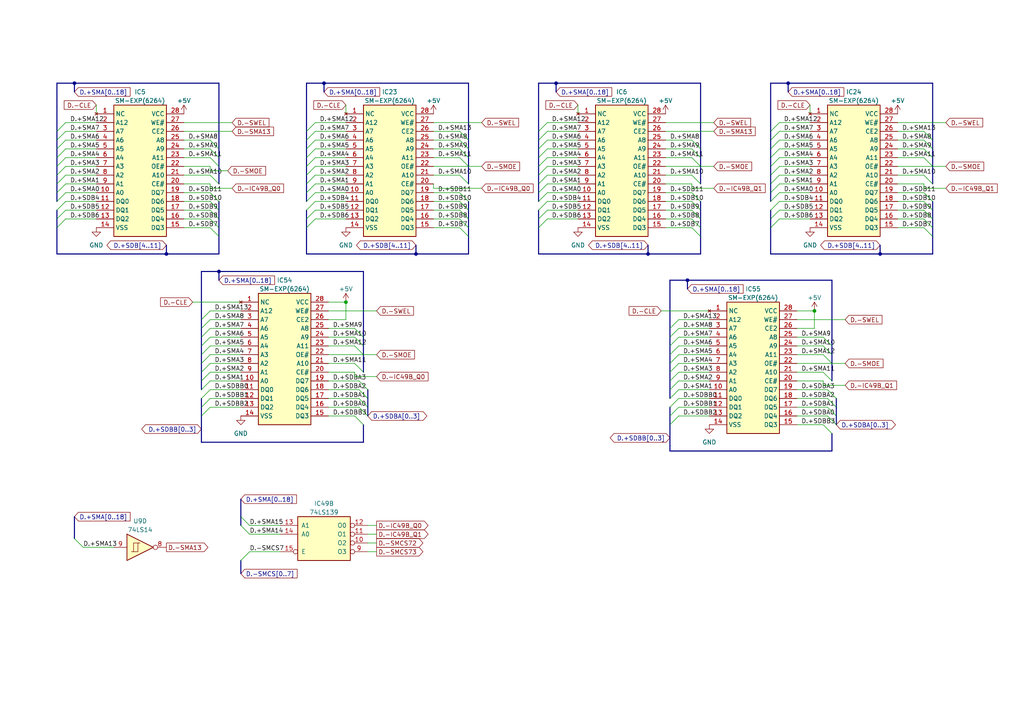
<source format=kicad_sch>
(kicad_sch (version 20230121) (generator eeschema)
  (paper "A4")
  (lib_symbols
    (symbol "74xx:74LS139" (pin_names (offset 1.016))
      (property "Reference" "U" (at -7.62 8.89 0))
      (property "Value" "74LS139" (at -7.62 -8.89 0))
      (symbol "74LS139_1_0"
        (pin input inverted (at -12.7 -5.08 0) (length 5.08) (name "E") (number "1"))
        (pin input line (at -12.7 0 0) (length 5.08) (name "A0") (number "2"))
        (pin input line (at -12.7 2.54 0) (length 5.08) (name "A1") (number "3"))
        (pin output inverted (at 12.7 2.54 180) (length 5.08) (name "O0") (number "4"))
        (pin output inverted (at 12.7 0 180) (length 5.08) (name "O1") (number "5"))
        (pin output inverted (at 12.7 -2.54 180) (length 5.08) (name "O2") (number "6"))
        (pin output inverted (at 12.7 -5.08 180) (length 5.08) (name "O3") (number "7"))
      )
      (symbol "74LS139_1_1"
        (rectangle (start -7.62 5.08) (end 7.62 -7.62) (stroke (width 0.254)) (fill (type background)))
      )
      (symbol "74LS139_2_0"
        (pin output inverted (at 12.7 -2.54 180) (length 5.08) (name "O2") (number "10"))
        (pin output inverted (at 12.7 0 180) (length 5.08) (name "O1") (number "11"))
        (pin output inverted (at 12.7 2.54 180) (length 5.08) (name "O0") (number "12"))
        (pin input line (at -12.7 2.54 0) (length 5.08) (name "A1") (number "13"))
        (pin input line (at -12.7 0 0) (length 5.08) (name "A0") (number "14"))
        (pin input inverted (at -12.7 -5.08 0) (length 5.08) (name "E") (number "15"))
        (pin output inverted (at 12.7 -5.08 180) (length 5.08) (name "O3") (number "9"))
      )
      (symbol "74LS139_2_1"
        (rectangle (start -7.62 5.08) (end 7.62 -7.62) (stroke (width 0.254)) (fill (type background)))
      )
      (symbol "74LS139_3_0"
        (pin power_in line (at 0 12.7 270) (length 5.08) (name "VCC") (number "16"))
        (pin power_in line (at 0 -12.7 90) (length 5.08) (name "GND") (number "8"))
      )
      (symbol "74LS139_3_1"
        (rectangle (start -5.08 7.62) (end 5.08 -7.62) (stroke (width 0.254)) (fill (type background)))
      )
    )
    (symbol "74xx:74LS14" (pin_names (offset 1.016))
      (property "Reference" "U" (at 0 1.27 0))
      (property "Value" "74LS14" (at 0 -1.27 0))
      (symbol "74LS14_1_0"
        (polyline (pts (xy -3.81 3.81) (xy -3.81 -3.81) (xy 3.81 0) (xy -3.81 3.81)) (stroke (width 0.254)) (fill (type background)))
        (pin input line (at -7.62 0 0) (length 3.81) (name "~") (number "1"))
        (pin output inverted (at 7.62 0 180) (length 3.81) (name "~") (number "2"))
      )
      (symbol "74LS14_1_1"
        (polyline (pts (xy -1.905 -1.27) (xy -1.905 1.27) (xy -0.635 1.27)))
        (polyline (pts (xy -2.54 -1.27) (xy -0.635 -1.27) (xy -0.635 1.27) (xy 0 1.27)))
      )
      (symbol "74LS14_2_0"
        (polyline (pts (xy -3.81 3.81) (xy -3.81 -3.81) (xy 3.81 0) (xy -3.81 3.81)) (stroke (width 0.254)) (fill (type background)))
        (pin input line (at -7.62 0 0) (length 3.81) (name "~") (number "3"))
        (pin output inverted (at 7.62 0 180) (length 3.81) (name "~") (number "4"))
      )
      (symbol "74LS14_2_1"
        (polyline (pts (xy -1.905 -1.27) (xy -1.905 1.27) (xy -0.635 1.27)))
        (polyline (pts (xy -2.54 -1.27) (xy -0.635 -1.27) (xy -0.635 1.27) (xy 0 1.27)))
      )
      (symbol "74LS14_3_0"
        (polyline (pts (xy -3.81 3.81) (xy -3.81 -3.81) (xy 3.81 0) (xy -3.81 3.81)) (stroke (width 0.254)) (fill (type background)))
        (pin input line (at -7.62 0 0) (length 3.81) (name "~") (number "5"))
        (pin output inverted (at 7.62 0 180) (length 3.81) (name "~") (number "6"))
      )
      (symbol "74LS14_3_1"
        (polyline (pts (xy -1.905 -1.27) (xy -1.905 1.27) (xy -0.635 1.27)))
        (polyline (pts (xy -2.54 -1.27) (xy -0.635 -1.27) (xy -0.635 1.27) (xy 0 1.27)))
      )
      (symbol "74LS14_4_0"
        (polyline (pts (xy -3.81 3.81) (xy -3.81 -3.81) (xy 3.81 0) (xy -3.81 3.81)) (stroke (width 0.254)) (fill (type background)))
        (pin output inverted (at 7.62 0 180) (length 3.81) (name "~") (number "8"))
        (pin input line (at -7.62 0 0) (length 3.81) (name "~") (number "9"))
      )
      (symbol "74LS14_4_1"
        (polyline (pts (xy -1.905 -1.27) (xy -1.905 1.27) (xy -0.635 1.27)))
        (polyline (pts (xy -2.54 -1.27) (xy -0.635 -1.27) (xy -0.635 1.27) (xy 0 1.27)))
      )
      (symbol "74LS14_5_0"
        (polyline (pts (xy -3.81 3.81) (xy -3.81 -3.81) (xy 3.81 0) (xy -3.81 3.81)) (stroke (width 0.254)) (fill (type background)))
        (pin output inverted (at 7.62 0 180) (length 3.81) (name "~") (number "10"))
        (pin input line (at -7.62 0 0) (length 3.81) (name "~") (number "11"))
      )
      (symbol "74LS14_5_1"
        (polyline (pts (xy -1.905 -1.27) (xy -1.905 1.27) (xy -0.635 1.27)))
        (polyline (pts (xy -2.54 -1.27) (xy -0.635 -1.27) (xy -0.635 1.27) (xy 0 1.27)))
      )
      (symbol "74LS14_6_0"
        (polyline (pts (xy -3.81 3.81) (xy -3.81 -3.81) (xy 3.81 0) (xy -3.81 3.81)) (stroke (width 0.254)) (fill (type background)))
        (pin output inverted (at 7.62 0 180) (length 3.81) (name "~") (number "12"))
        (pin input line (at -7.62 0 0) (length 3.81) (name "~") (number "13"))
      )
      (symbol "74LS14_6_1"
        (polyline (pts (xy -1.905 -1.27) (xy -1.905 1.27) (xy -0.635 1.27)))
        (polyline (pts (xy -2.54 -1.27) (xy -0.635 -1.27) (xy -0.635 1.27) (xy 0 1.27)))
      )
      (symbol "74LS14_7_0"
        (pin power_in line (at 0 12.7 270) (length 5.08) (name "VCC") (number "14"))
        (pin power_in line (at 0 -12.7 90) (length 5.08) (name "GND") (number "7"))
      )
      (symbol "74LS14_7_1"
        (rectangle (start -5.08 7.62) (end 5.08 -7.62) (stroke (width 0.254)) (fill (type background)))
      )
    )
    (symbol "SamacSys_Parts:LY6264DL-70LLI"
      (property "Reference" "IC" (at 21.59 7.62 0))
      (property "Value" "LY6264DL-70LLI" (at 21.59 5.08 0))
      (symbol "LY6264DL-70LLI_1_1"
        (rectangle (start 5.08 2.54) (end 20.32 -35.56) (stroke (width 0.254)) (fill (type background)))
        (pin no_connect line (at 0 0 0) (length 5.08) (name "NC") (number "1"))
        (pin passive line (at 0 -22.86 0) (length 5.08) (name "A0") (number "10"))
        (pin passive line (at 0 -25.4 0) (length 5.08) (name "DQ0") (number "11"))
        (pin passive line (at 0 -27.94 0) (length 5.08) (name "DQ1") (number "12"))
        (pin passive line (at 0 -30.48 0) (length 5.08) (name "DQ2") (number "13"))
        (pin passive line (at 0 -33.02 0) (length 5.08) (name "VSS") (number "14"))
        (pin passive line (at 25.4 -33.02 180) (length 5.08) (name "DQ3") (number "15"))
        (pin passive line (at 25.4 -30.48 180) (length 5.08) (name "DQ4") (number "16"))
        (pin passive line (at 25.4 -27.94 180) (length 5.08) (name "DQ5") (number "17"))
        (pin passive line (at 25.4 -25.4 180) (length 5.08) (name "DQ6") (number "18"))
        (pin passive line (at 25.4 -22.86 180) (length 5.08) (name "DQ7") (number "19"))
        (pin passive line (at 0 -2.54 0) (length 5.08) (name "A12") (number "2"))
        (pin passive line (at 25.4 -20.32 180) (length 5.08) (name "CE#") (number "20"))
        (pin passive line (at 25.4 -17.78 180) (length 5.08) (name "A10") (number "21"))
        (pin passive line (at 25.4 -15.24 180) (length 5.08) (name "OE#") (number "22"))
        (pin passive line (at 25.4 -12.7 180) (length 5.08) (name "A11") (number "23"))
        (pin passive line (at 25.4 -10.16 180) (length 5.08) (name "A9") (number "24"))
        (pin passive line (at 25.4 -7.62 180) (length 5.08) (name "A8") (number "25"))
        (pin passive line (at 25.4 -5.08 180) (length 5.08) (name "CE2") (number "26"))
        (pin passive line (at 25.4 -2.54 180) (length 5.08) (name "WE#") (number "27"))
        (pin passive line (at 25.4 0 180) (length 5.08) (name "VCC") (number "28"))
        (pin passive line (at 0 -5.08 0) (length 5.08) (name "A7") (number "3"))
        (pin passive line (at 0 -7.62 0) (length 5.08) (name "A6") (number "4"))
        (pin passive line (at 0 -10.16 0) (length 5.08) (name "A5") (number "5"))
        (pin passive line (at 0 -12.7 0) (length 5.08) (name "A4") (number "6"))
        (pin passive line (at 0 -15.24 0) (length 5.08) (name "A3") (number "7"))
        (pin passive line (at 0 -17.78 0) (length 5.08) (name "A2") (number "8"))
        (pin passive line (at 0 -20.32 0) (length 5.08) (name "A1") (number "9"))
      )
    )
    (symbol "power:+5V" (power) (pin_names (offset 0))
      (property "Value" "+5V" (at 0 3.556 0))
      (symbol "+5V_0_1"
        (polyline (pts (xy -0.762 1.27) (xy 0 2.54)))
        (polyline (pts (xy 0 0) (xy 0 2.54)))
        (polyline (pts (xy 0 2.54) (xy 0.762 1.27)))
      )
      (symbol "+5V_1_1"
        (pin power_in line (at 0 0 90) (length 0) hide (name "+5V") (number "1"))
      )
    )
    (symbol "power:GND" (power) (pin_names (offset 0))
      (property "Value" "GND" (at 0 -3.81 0))
      (symbol "GND_0_1"
        (polyline (pts (xy 0 0) (xy 0 -1.27) (xy 1.27 -1.27) (xy 0 -2.54) (xy -1.27 -1.27) (xy 0 -1.27)))
      )
      (symbol "GND_1_1"
        (pin power_in line (at 0 0 270) (length 0) hide (name "GND") (number "1"))
      )
    )
  )
  (junction (at 120.65 73.66))
  (junction (at 255.27 73.66))
  (junction (at 93.98 24.13))
  (junction (at 199.39 81.28))
  (junction (at 48.26 73.66))
  (junction (at 63.5 78.74))
  (junction (at 228.6 24.13))
  (junction (at 187.96 73.66))
  (junction (at 21.59 24.13))
  (junction (at 236.22 90.17))
  (junction (at 161.29 24.13))
  (junction (at 100.33 87.63))
  (bus_entry (at 226.06 63.5) (size -2.54 2.54))
  (bus_entry (at 91.44 53.34) (size -2.54 2.54))
  (bus_entry (at 102.87 97.79) (size 2.54 2.54))
  (bus_entry (at 196.85 100.33) (size -2.54 2.54))
  (bus_entry (at 238.76 102.87) (size 2.54 2.54))
  (bus_entry (at 158.75 50.8) (size -2.54 2.54))
  (bus_entry (at 158.75 55.88) (size -2.54 2.54))
  (bus_entry (at 200.66 43.18) (size 2.54 2.54))
  (bus_entry (at 60.96 55.88) (size 2.54 2.54))
  (bus_entry (at 91.44 63.5) (size -2.54 2.54))
  (bus_entry (at 91.44 48.26) (size -2.54 2.54))
  (bus_entry (at 91.44 35.56) (size -2.54 2.54))
  (bus_entry (at 19.05 48.26) (size -2.54 2.54))
  (bus_entry (at 133.35 55.88) (size 2.54 2.54))
  (bus_entry (at 158.75 43.18) (size -2.54 2.54))
  (bus_entry (at 158.75 40.64) (size -2.54 2.54))
  (bus_entry (at 238.76 123.19) (size 2.54 2.54))
  (bus_entry (at 60.96 107.95) (size -2.54 2.54))
  (bus_entry (at 91.44 58.42) (size -2.54 2.54))
  (bus_entry (at 226.06 45.72) (size -2.54 2.54))
  (bus_entry (at 158.75 53.34) (size -2.54 2.54))
  (bus_entry (at 60.96 95.25) (size -2.54 2.54))
  (bus_entry (at 226.06 50.8) (size -2.54 2.54))
  (bus_entry (at 267.97 66.04) (size 2.54 2.54))
  (bus_entry (at 158.75 60.96) (size -2.54 2.54))
  (bus_entry (at 133.35 60.96) (size 2.54 2.54))
  (bus_entry (at 196.85 95.25) (size -2.54 2.54))
  (bus_entry (at 196.85 113.03) (size -2.54 2.54))
  (bus_entry (at 133.35 40.64) (size 2.54 2.54))
  (bus_entry (at 238.76 100.33) (size 2.54 2.54))
  (bus_entry (at 267.97 58.42) (size 2.54 2.54))
  (bus_entry (at 200.66 58.42) (size 2.54 2.54))
  (bus_entry (at 91.44 55.88) (size -2.54 2.54))
  (bus_entry (at 196.85 120.65) (size -2.54 2.54))
  (bus_entry (at 226.06 40.64) (size -2.54 2.54))
  (bus_entry (at 60.96 60.96) (size 2.54 2.54))
  (bus_entry (at 226.06 35.56) (size -2.54 2.54))
  (bus_entry (at 102.87 95.25) (size 2.54 2.54))
  (bus_entry (at 240.03 118.11) (size 2.54 2.54))
  (bus_entry (at 158.75 58.42) (size -2.54 2.54))
  (bus_entry (at 104.14 118.11) (size 2.54 2.54))
  (bus_entry (at 60.96 45.72) (size 2.54 2.54))
  (bus_entry (at 200.66 50.8) (size 2.54 2.54))
  (bus_entry (at 133.35 63.5) (size 2.54 2.54))
  (bus_entry (at 267.97 38.1) (size 2.54 2.54))
  (bus_entry (at 60.96 110.49) (size -2.54 2.54))
  (bus_entry (at 200.66 55.88) (size 2.54 2.54))
  (bus_entry (at 60.96 40.64) (size 2.54 2.54))
  (bus_entry (at 133.35 43.18) (size 2.54 2.54))
  (bus_entry (at 102.87 105.41) (size 2.54 2.54))
  (bus_entry (at 19.05 55.88) (size -2.54 2.54))
  (bus_entry (at 104.14 115.57) (size 2.54 2.54))
  (bus_entry (at 91.44 43.18) (size -2.54 2.54))
  (bus_entry (at 91.44 38.1) (size -2.54 2.54))
  (bus_entry (at 133.35 45.72) (size 2.54 2.54))
  (bus_entry (at 200.66 60.96) (size 2.54 2.54))
  (bus_entry (at 21.59 156.21) (size 2.54 2.54))
  (bus_entry (at 91.44 40.64) (size -2.54 2.54))
  (bus_entry (at 60.96 43.18) (size 2.54 2.54))
  (bus_entry (at 60.96 63.5) (size 2.54 2.54))
  (bus_entry (at 133.35 50.8) (size 2.54 2.54))
  (bus_entry (at 60.96 90.17) (size -2.54 2.54))
  (bus_entry (at 196.85 107.95) (size -2.54 2.54))
  (bus_entry (at 196.85 105.41) (size -2.54 2.54))
  (bus_entry (at 69.85 162.56) (size 2.54 -2.54))
  (bus_entry (at 226.06 38.1) (size -2.54 2.54))
  (bus_entry (at 200.66 45.72) (size 2.54 2.54))
  (bus_entry (at 226.06 60.96) (size -2.54 2.54))
  (bus_entry (at 267.97 63.5) (size 2.54 2.54))
  (bus_entry (at 60.96 100.33) (size -2.54 2.54))
  (bus_entry (at 196.85 110.49) (size -2.54 2.54))
  (bus_entry (at 91.44 60.96) (size -2.54 2.54))
  (bus_entry (at 267.97 60.96) (size 2.54 2.54))
  (bus_entry (at 158.75 35.56) (size -2.54 2.54))
  (bus_entry (at 133.35 38.1) (size 2.54 2.54))
  (bus_entry (at 158.75 38.1) (size -2.54 2.54))
  (bus_entry (at 200.66 63.5) (size 2.54 2.54))
  (bus_entry (at 267.97 40.64) (size 2.54 2.54))
  (bus_entry (at 267.97 45.72) (size 2.54 2.54))
  (bus_entry (at 240.03 120.65) (size 2.54 2.54))
  (bus_entry (at 104.14 110.49) (size 2.54 2.54))
  (bus_entry (at 60.96 118.11) (size -2.54 2.54))
  (bus_entry (at 19.05 43.18) (size -2.54 2.54))
  (bus_entry (at 226.06 53.34) (size -2.54 2.54))
  (bus_entry (at 19.05 63.5) (size -2.54 2.54))
  (bus_entry (at 19.05 50.8) (size -2.54 2.54))
  (bus_entry (at 196.85 97.79) (size -2.54 2.54))
  (bus_entry (at 91.44 45.72) (size -2.54 2.54))
  (bus_entry (at 240.03 113.03) (size 2.54 2.54))
  (bus_entry (at 60.96 105.41) (size -2.54 2.54))
  (bus_entry (at 158.75 48.26) (size -2.54 2.54))
  (bus_entry (at 104.14 113.03) (size 2.54 2.54))
  (bus_entry (at 60.96 92.71) (size -2.54 2.54))
  (bus_entry (at 238.76 107.95) (size 2.54 2.54))
  (bus_entry (at 60.96 102.87) (size -2.54 2.54))
  (bus_entry (at 19.05 35.56) (size -2.54 2.54))
  (bus_entry (at 19.05 58.42) (size -2.54 2.54))
  (bus_entry (at 60.96 58.42) (size 2.54 2.54))
  (bus_entry (at 91.44 50.8) (size -2.54 2.54))
  (bus_entry (at 267.97 43.18) (size 2.54 2.54))
  (bus_entry (at 19.05 53.34) (size -2.54 2.54))
  (bus_entry (at 60.96 66.04) (size 2.54 2.54))
  (bus_entry (at 238.76 97.79) (size 2.54 2.54))
  (bus_entry (at 226.06 55.88) (size -2.54 2.54))
  (bus_entry (at 19.05 40.64) (size -2.54 2.54))
  (bus_entry (at 60.96 97.79) (size -2.54 2.54))
  (bus_entry (at 226.06 48.26) (size -2.54 2.54))
  (bus_entry (at 60.96 50.8) (size 2.54 2.54))
  (bus_entry (at 102.87 100.33) (size 2.54 2.54))
  (bus_entry (at 133.35 66.04) (size 2.54 2.54))
  (bus_entry (at 200.66 40.64) (size 2.54 2.54))
  (bus_entry (at 158.75 45.72) (size -2.54 2.54))
  (bus_entry (at 69.85 149.86) (size 2.54 2.54))
  (bus_entry (at 60.96 113.03) (size -2.54 2.54))
  (bus_entry (at 196.85 118.11) (size -2.54 2.54))
  (bus_entry (at 133.35 58.42) (size 2.54 2.54))
  (bus_entry (at 196.85 102.87) (size -2.54 2.54))
  (bus_entry (at 19.05 60.96) (size -2.54 2.54))
  (bus_entry (at 102.87 120.65) (size 2.54 2.54))
  (bus_entry (at 226.06 43.18) (size -2.54 2.54))
  (bus_entry (at 158.75 63.5) (size -2.54 2.54))
  (bus_entry (at 240.03 115.57) (size 2.54 2.54))
  (bus_entry (at 19.05 45.72) (size -2.54 2.54))
  (bus_entry (at 196.85 92.71) (size -2.54 2.54))
  (bus_entry (at 226.06 58.42) (size -2.54 2.54))
  (bus_entry (at 60.96 115.57) (size -2.54 2.54))
  (bus_entry (at 19.05 38.1) (size -2.54 2.54))
  (bus_entry (at 196.85 115.57) (size -2.54 2.54))
  (bus_entry (at 200.66 66.04) (size 2.54 2.54))
  (bus_entry (at 267.97 50.8) (size 2.54 2.54))
  (bus_entry (at 267.97 55.88) (size 2.54 2.54))
  (bus_entry (at 69.85 152.4) (size 2.54 2.54))
  (bus (pts (xy 255.27 71.12) (xy 255.27 73.66)))
  (wire (pts (xy 241.3 105.41) (xy 231.14 105.41)))
  (wire (pts (xy 125.73 38.1) (xy 133.35 38.1)))
  (bus (pts (xy 270.51 48.26) (xy 270.51 53.34)))
  (bus (pts (xy 105.41 97.79) (xy 105.41 78.74)))
  (bus (pts (xy 194.31 102.87) (xy 194.31 105.41)))
  (wire (pts (xy 226.06 43.18) (xy 234.95 43.18)))
  (bus (pts (xy 58.42 100.33) (xy 58.42 102.87)))
  (bus (pts (xy 203.2 63.5) (xy 203.2 66.04)))
  (wire (pts (xy 95.25 95.25) (xy 102.87 95.25)))
  (bus (pts (xy 203.2 66.04) (xy 203.2 68.58)))
  (wire (pts (xy 109.22 109.22) (xy 102.87 109.22)))
  (wire (pts (xy 238.76 110.49) (xy 231.14 110.49)))
  (bus (pts (xy 223.52 38.1) (xy 223.52 40.64)))
  (bus (pts (xy 135.89 48.26) (xy 135.89 53.34)))
  (wire (pts (xy 109.22 90.17) (xy 95.25 90.17)))
  (wire (pts (xy 158.75 50.8) (xy 167.64 50.8)))
  (bus (pts (xy 270.51 40.64) (xy 270.51 24.13)))
  (wire (pts (xy 158.75 40.64) (xy 167.64 40.64)))
  (wire (pts (xy 193.04 60.96) (xy 200.66 60.96)))
  (bus (pts (xy 194.31 100.33) (xy 194.31 102.87)))
  (wire (pts (xy 91.44 55.88) (xy 100.33 55.88)))
  (bus (pts (xy 156.21 38.1) (xy 156.21 40.64)))
  (wire (pts (xy 260.35 58.42) (xy 267.97 58.42)))
  (bus (pts (xy 58.42 95.25) (xy 58.42 97.79)))
  (wire (pts (xy 125.73 54.61) (xy 125.73 53.34)))
  (wire (pts (xy 245.11 92.71) (xy 231.14 92.71)))
  (bus (pts (xy 88.9 24.13) (xy 93.98 24.13)))
  (wire (pts (xy 60.96 107.95) (xy 69.85 107.95)))
  (wire (pts (xy 196.85 110.49) (xy 205.74 110.49)))
  (wire (pts (xy 139.7 54.61) (xy 125.73 54.61)))
  (wire (pts (xy 196.85 97.79) (xy 205.74 97.79)))
  (bus (pts (xy 58.42 105.41) (xy 58.42 107.95)))
  (wire (pts (xy 196.85 102.87) (xy 205.74 102.87)))
  (wire (pts (xy 260.35 50.8) (xy 267.97 50.8)))
  (bus (pts (xy 16.51 24.13) (xy 21.59 24.13)))
  (wire (pts (xy 158.75 38.1) (xy 167.64 38.1)))
  (wire (pts (xy 95.25 97.79) (xy 102.87 97.79)))
  (wire (pts (xy 158.75 55.88) (xy 167.64 55.88)))
  (wire (pts (xy 19.05 38.1) (xy 27.94 38.1)))
  (wire (pts (xy 167.64 30.48) (xy 167.64 33.02)))
  (wire (pts (xy 125.73 43.18) (xy 133.35 43.18)))
  (bus (pts (xy 203.2 43.18) (xy 203.2 24.13)))
  (wire (pts (xy 231.14 95.25) (xy 236.22 95.25)))
  (bus (pts (xy 88.9 66.04) (xy 88.9 73.66)))
  (wire (pts (xy 53.34 50.8) (xy 60.96 50.8)))
  (wire (pts (xy 207.01 35.56) (xy 193.04 35.56)))
  (wire (pts (xy 231.14 107.95) (xy 238.76 107.95)))
  (bus (pts (xy 194.31 81.28) (xy 199.39 81.28)))
  (bus (pts (xy 241.3 105.41) (xy 241.3 110.49)))
  (wire (pts (xy 193.04 58.42) (xy 200.66 58.42)))
  (bus (pts (xy 156.21 45.72) (xy 156.21 48.26)))
  (bus (pts (xy 156.21 55.88) (xy 156.21 58.42)))
  (bus (pts (xy 223.52 55.88) (xy 223.52 58.42)))
  (bus (pts (xy 199.39 81.28) (xy 199.39 83.82)))
  (bus (pts (xy 241.3 130.81) (xy 194.31 130.81)))
  (bus (pts (xy 199.39 81.28) (xy 241.3 81.28)))
  (bus (pts (xy 194.31 95.25) (xy 194.31 97.79)))
  (bus (pts (xy 255.27 73.66) (xy 223.52 73.66)))
  (bus (pts (xy 58.42 120.65) (xy 58.42 118.11)))
  (bus (pts (xy 203.2 60.96) (xy 203.2 63.5)))
  (wire (pts (xy 53.34 43.18) (xy 60.96 43.18)))
  (wire (pts (xy 67.31 54.61) (xy 60.96 54.61)))
  (wire (pts (xy 226.06 45.72) (xy 234.95 45.72)))
  (bus (pts (xy 16.51 55.88) (xy 16.51 58.42)))
  (wire (pts (xy 267.97 53.34) (xy 260.35 53.34)))
  (bus (pts (xy 194.31 107.95) (xy 194.31 110.49)))
  (wire (pts (xy 19.05 40.64) (xy 27.94 40.64)))
  (bus (pts (xy 16.51 43.18) (xy 16.51 45.72)))
  (wire (pts (xy 125.73 40.64) (xy 133.35 40.64)))
  (bus (pts (xy 21.59 24.13) (xy 63.5 24.13)))
  (wire (pts (xy 274.32 54.61) (xy 267.97 54.61)))
  (wire (pts (xy 91.44 40.64) (xy 100.33 40.64)))
  (bus (pts (xy 223.52 45.72) (xy 223.52 48.26)))
  (bus (pts (xy 69.85 162.56) (xy 69.85 166.37)))
  (bus (pts (xy 203.2 45.72) (xy 203.2 48.26)))
  (wire (pts (xy 91.44 48.26) (xy 100.33 48.26)))
  (wire (pts (xy 193.04 66.04) (xy 200.66 66.04)))
  (bus (pts (xy 156.21 66.04) (xy 156.21 73.66)))
  (wire (pts (xy 19.05 48.26) (xy 27.94 48.26)))
  (wire (pts (xy 91.44 60.96) (xy 100.33 60.96)))
  (wire (pts (xy 125.73 55.88) (xy 133.35 55.88)))
  (bus (pts (xy 88.9 50.8) (xy 88.9 53.34)))
  (wire (pts (xy 226.06 63.5) (xy 234.95 63.5)))
  (wire (pts (xy 109.22 160.02) (xy 106.68 160.02)))
  (bus (pts (xy 69.85 149.86) (xy 69.85 152.4)))
  (bus (pts (xy 120.65 71.12) (xy 120.65 73.66)))
  (bus (pts (xy 156.21 63.5) (xy 156.21 66.04)))
  (bus (pts (xy 156.21 24.13) (xy 161.29 24.13)))
  (wire (pts (xy 267.97 54.61) (xy 267.97 53.34)))
  (wire (pts (xy 60.96 54.61) (xy 60.96 53.34)))
  (bus (pts (xy 242.57 120.65) (xy 242.57 123.19)))
  (wire (pts (xy 196.85 113.03) (xy 205.74 113.03)))
  (bus (pts (xy 88.9 48.26) (xy 88.9 50.8)))
  (wire (pts (xy 105.41 102.87) (xy 95.25 102.87)))
  (wire (pts (xy 60.96 118.11) (xy 69.85 118.11)))
  (bus (pts (xy 88.9 45.72) (xy 88.9 48.26)))
  (wire (pts (xy 158.75 43.18) (xy 167.64 43.18)))
  (wire (pts (xy 193.04 50.8) (xy 200.66 50.8)))
  (bus (pts (xy 120.65 73.66) (xy 88.9 73.66)))
  (wire (pts (xy 53.34 45.72) (xy 60.96 45.72)))
  (wire (pts (xy 53.34 66.04) (xy 60.96 66.04)))
  (bus (pts (xy 194.31 113.03) (xy 194.31 115.57)))
  (bus (pts (xy 58.42 78.74) (xy 58.42 92.71)))
  (wire (pts (xy 91.44 45.72) (xy 100.33 45.72)))
  (wire (pts (xy 139.7 48.26) (xy 135.89 48.26)))
  (wire (pts (xy 95.25 113.03) (xy 104.14 113.03)))
  (wire (pts (xy 231.14 120.65) (xy 240.03 120.65)))
  (wire (pts (xy 106.68 154.94) (xy 109.22 154.94)))
  (bus (pts (xy 223.52 66.04) (xy 223.52 73.66)))
  (bus (pts (xy 223.52 53.34) (xy 223.52 55.88)))
  (bus (pts (xy 156.21 43.18) (xy 156.21 45.72)))
  (wire (pts (xy 55.88 87.63) (xy 69.85 87.63)))
  (bus (pts (xy 223.52 63.5) (xy 223.52 66.04)))
  (bus (pts (xy 88.9 53.34) (xy 88.9 55.88)))
  (bus (pts (xy 135.89 73.66) (xy 120.65 73.66)))
  (wire (pts (xy 95.25 115.57) (xy 104.14 115.57)))
  (bus (pts (xy 270.51 66.04) (xy 270.51 68.58)))
  (wire (pts (xy 19.05 50.8) (xy 27.94 50.8)))
  (wire (pts (xy 207.01 48.26) (xy 203.2 48.26)))
  (wire (pts (xy 72.39 152.4) (xy 81.28 152.4)))
  (bus (pts (xy 88.9 38.1) (xy 88.9 40.64)))
  (wire (pts (xy 102.87 109.22) (xy 102.87 107.95)))
  (bus (pts (xy 270.51 45.72) (xy 270.51 48.26)))
  (bus (pts (xy 93.98 24.13) (xy 135.89 24.13)))
  (bus (pts (xy 106.68 115.57) (xy 106.68 118.11)))
  (bus (pts (xy 58.42 118.11) (xy 58.42 115.57)))
  (wire (pts (xy 260.35 66.04) (xy 267.97 66.04)))
  (bus (pts (xy 88.9 24.13) (xy 88.9 38.1)))
  (wire (pts (xy 60.96 105.41) (xy 69.85 105.41)))
  (wire (pts (xy 203.2 48.26) (xy 193.04 48.26)))
  (bus (pts (xy 58.42 78.74) (xy 63.5 78.74)))
  (wire (pts (xy 193.04 55.88) (xy 200.66 55.88)))
  (bus (pts (xy 21.59 24.13) (xy 21.59 26.67)))
  (bus (pts (xy 194.31 123.19) (xy 194.31 120.65)))
  (wire (pts (xy 60.96 113.03) (xy 69.85 113.03)))
  (wire (pts (xy 60.96 48.26) (xy 53.34 48.26)))
  (bus (pts (xy 270.51 58.42) (xy 270.51 60.96)))
  (bus (pts (xy 58.42 92.71) (xy 58.42 95.25)))
  (wire (pts (xy 100.33 87.63) (xy 95.25 87.63)))
  (bus (pts (xy 156.21 24.13) (xy 156.21 38.1)))
  (wire (pts (xy 60.96 97.79) (xy 69.85 97.79)))
  (bus (pts (xy 135.89 43.18) (xy 135.89 40.64)))
  (bus (pts (xy 16.51 40.64) (xy 16.51 43.18)))
  (bus (pts (xy 270.51 73.66) (xy 255.27 73.66)))
  (wire (pts (xy 91.44 63.5) (xy 100.33 63.5)))
  (wire (pts (xy 158.75 60.96) (xy 167.64 60.96)))
  (bus (pts (xy 63.5 78.74) (xy 63.5 81.28)))
  (wire (pts (xy 19.05 45.72) (xy 27.94 45.72)))
  (wire (pts (xy 193.04 63.5) (xy 200.66 63.5)))
  (wire (pts (xy 226.06 53.34) (xy 234.95 53.34)))
  (wire (pts (xy 53.34 40.64) (xy 60.96 40.64)))
  (wire (pts (xy 60.96 95.25) (xy 69.85 95.25)))
  (bus (pts (xy 63.5 63.5) (xy 63.5 66.04)))
  (bus (pts (xy 241.3 125.73) (xy 241.3 130.81)))
  (bus (pts (xy 105.41 128.27) (xy 58.42 128.27)))
  (wire (pts (xy 260.35 55.88) (xy 267.97 55.88)))
  (wire (pts (xy 260.35 43.18) (xy 267.97 43.18)))
  (wire (pts (xy 60.96 53.34) (xy 53.34 53.34)))
  (wire (pts (xy 236.22 90.17) (xy 231.14 90.17)))
  (wire (pts (xy 158.75 48.26) (xy 167.64 48.26)))
  (bus (pts (xy 93.98 24.13) (xy 93.98 26.67)))
  (wire (pts (xy 193.04 45.72) (xy 200.66 45.72)))
  (wire (pts (xy 196.85 100.33) (xy 205.74 100.33)))
  (bus (pts (xy 16.51 63.5) (xy 16.51 66.04)))
  (wire (pts (xy 196.85 115.57) (xy 205.74 115.57)))
  (bus (pts (xy 105.41 100.33) (xy 105.41 102.87)))
  (wire (pts (xy 231.14 118.11) (xy 240.03 118.11)))
  (wire (pts (xy 53.34 63.5) (xy 60.96 63.5)))
  (wire (pts (xy 125.73 66.04) (xy 133.35 66.04)))
  (wire (pts (xy 91.44 38.1) (xy 100.33 38.1)))
  (wire (pts (xy 260.35 45.72) (xy 267.97 45.72)))
  (bus (pts (xy 194.31 130.81) (xy 194.31 123.19)))
  (wire (pts (xy 53.34 55.88) (xy 60.96 55.88)))
  (bus (pts (xy 16.51 48.26) (xy 16.51 50.8)))
  (bus (pts (xy 156.21 50.8) (xy 156.21 53.34)))
  (bus (pts (xy 105.41 97.79) (xy 105.41 100.33)))
  (wire (pts (xy 231.14 97.79) (xy 238.76 97.79)))
  (wire (pts (xy 19.05 63.5) (xy 27.94 63.5)))
  (wire (pts (xy 135.89 48.26) (xy 125.73 48.26)))
  (bus (pts (xy 194.31 97.79) (xy 194.31 100.33)))
  (bus (pts (xy 242.57 118.11) (xy 242.57 120.65)))
  (bus (pts (xy 135.89 60.96) (xy 135.89 63.5)))
  (bus (pts (xy 63.5 66.04) (xy 63.5 68.58)))
  (bus (pts (xy 223.52 40.64) (xy 223.52 43.18)))
  (wire (pts (xy 207.01 38.1) (xy 193.04 38.1)))
  (wire (pts (xy 226.06 35.56) (xy 234.95 35.56)))
  (bus (pts (xy 194.31 120.65) (xy 194.31 118.11)))
  (wire (pts (xy 231.14 113.03) (xy 240.03 113.03)))
  (bus (pts (xy 161.29 24.13) (xy 161.29 26.67)))
  (bus (pts (xy 228.6 24.13) (xy 228.6 26.67)))
  (wire (pts (xy 158.75 63.5) (xy 167.64 63.5)))
  (bus (pts (xy 16.51 53.34) (xy 16.51 55.88)))
  (bus (pts (xy 88.9 43.18) (xy 88.9 45.72)))
  (wire (pts (xy 260.35 63.5) (xy 267.97 63.5)))
  (bus (pts (xy 58.42 128.27) (xy 58.42 120.65)))
  (bus (pts (xy 203.2 68.58) (xy 203.2 73.66)))
  (wire (pts (xy 60.96 110.49) (xy 69.85 110.49)))
  (wire (pts (xy 91.44 58.42) (xy 100.33 58.42)))
  (bus (pts (xy 241.3 102.87) (xy 241.3 105.41)))
  (wire (pts (xy 191.77 90.17) (xy 205.74 90.17)))
  (wire (pts (xy 125.73 45.72) (xy 133.35 45.72)))
  (wire (pts (xy 106.68 152.4) (xy 109.22 152.4)))
  (bus (pts (xy 63.5 58.42) (xy 63.5 60.96)))
  (bus (pts (xy 135.89 63.5) (xy 135.89 66.04)))
  (wire (pts (xy 67.31 38.1) (xy 53.34 38.1)))
  (bus (pts (xy 16.51 24.13) (xy 16.51 38.1)))
  (bus (pts (xy 223.52 43.18) (xy 223.52 45.72)))
  (bus (pts (xy 223.52 50.8) (xy 223.52 53.34)))
  (bus (pts (xy 135.89 68.58) (xy 135.89 73.66)))
  (wire (pts (xy 91.44 35.56) (xy 100.33 35.56)))
  (bus (pts (xy 187.96 71.12) (xy 187.96 73.66)))
  (bus (pts (xy 194.31 105.41) (xy 194.31 107.95)))
  (bus (pts (xy 203.2 48.26) (xy 203.2 53.34)))
  (bus (pts (xy 135.89 58.42) (xy 135.89 60.96)))
  (bus (pts (xy 194.31 110.49) (xy 194.31 113.03)))
  (bus (pts (xy 270.51 60.96) (xy 270.51 63.5)))
  (bus (pts (xy 63.5 43.18) (xy 63.5 45.72)))
  (bus (pts (xy 58.42 97.79) (xy 58.42 100.33)))
  (bus (pts (xy 63.5 68.58) (xy 63.5 73.66)))
  (wire (pts (xy 19.05 35.56) (xy 27.94 35.56)))
  (bus (pts (xy 270.51 63.5) (xy 270.51 66.04)))
  (wire (pts (xy 196.85 92.71) (xy 205.74 92.71)))
  (wire (pts (xy 53.34 60.96) (xy 60.96 60.96)))
  (wire (pts (xy 91.44 43.18) (xy 100.33 43.18)))
  (wire (pts (xy 196.85 95.25) (xy 205.74 95.25)))
  (wire (pts (xy 19.05 43.18) (xy 27.94 43.18)))
  (wire (pts (xy 102.87 107.95) (xy 95.25 107.95)))
  (bus (pts (xy 156.21 53.34) (xy 156.21 55.88)))
  (bus (pts (xy 223.52 24.13) (xy 228.6 24.13)))
  (bus (pts (xy 106.68 113.03) (xy 106.68 115.57)))
  (bus (pts (xy 135.89 45.72) (xy 135.89 48.26)))
  (bus (pts (xy 88.9 40.64) (xy 88.9 43.18)))
  (wire (pts (xy 200.66 54.61) (xy 200.66 53.34)))
  (wire (pts (xy 72.39 160.02) (xy 81.28 160.02)))
  (wire (pts (xy 95.25 100.33) (xy 102.87 100.33)))
  (wire (pts (xy 158.75 53.34) (xy 167.64 53.34)))
  (bus (pts (xy 156.21 48.26) (xy 156.21 50.8)))
  (bus (pts (xy 156.21 40.64) (xy 156.21 43.18)))
  (bus (pts (xy 69.85 144.78) (xy 69.85 149.86)))
  (wire (pts (xy 109.22 102.87) (xy 105.41 102.87)))
  (wire (pts (xy 60.96 102.87) (xy 69.85 102.87)))
  (bus (pts (xy 16.51 60.96) (xy 16.51 63.5)))
  (wire (pts (xy 260.35 40.64) (xy 267.97 40.64)))
  (wire (pts (xy 226.06 60.96) (xy 234.95 60.96)))
  (wire (pts (xy 24.13 158.75) (xy 33.02 158.75)))
  (wire (pts (xy 200.66 53.34) (xy 193.04 53.34)))
  (wire (pts (xy 226.06 40.64) (xy 234.95 40.64)))
  (bus (pts (xy 203.2 43.18) (xy 203.2 45.72)))
  (wire (pts (xy 158.75 58.42) (xy 167.64 58.42)))
  (bus (pts (xy 63.5 43.18) (xy 63.5 24.13)))
  (bus (pts (xy 241.3 100.33) (xy 241.3 81.28)))
  (bus (pts (xy 241.3 100.33) (xy 241.3 102.87)))
  (wire (pts (xy 207.01 54.61) (xy 200.66 54.61)))
  (wire (pts (xy 60.96 49.53) (xy 66.04 49.53)))
  (bus (pts (xy 161.29 24.13) (xy 203.2 24.13)))
  (wire (pts (xy 60.96 115.57) (xy 69.85 115.57)))
  (wire (pts (xy 274.32 35.56) (xy 260.35 35.56)))
  (wire (pts (xy 139.7 35.56) (xy 125.73 35.56)))
  (wire (pts (xy 91.44 50.8) (xy 100.33 50.8)))
  (wire (pts (xy 158.75 45.72) (xy 167.64 45.72)))
  (wire (pts (xy 109.22 157.48) (xy 106.68 157.48)))
  (bus (pts (xy 270.51 43.18) (xy 270.51 45.72)))
  (wire (pts (xy 19.05 60.96) (xy 27.94 60.96)))
  (bus (pts (xy 156.21 60.96) (xy 156.21 63.5)))
  (wire (pts (xy 260.35 38.1) (xy 267.97 38.1)))
  (wire (pts (xy 238.76 111.76) (xy 238.76 110.49)))
  (bus (pts (xy 48.26 73.66) (xy 16.51 73.66)))
  (bus (pts (xy 203.2 58.42) (xy 203.2 60.96)))
  (wire (pts (xy 274.32 48.26) (xy 270.51 48.26)))
  (bus (pts (xy 105.41 123.19) (xy 105.41 128.27)))
  (wire (pts (xy 53.34 58.42) (xy 60.96 58.42)))
  (wire (pts (xy 196.85 105.41) (xy 205.74 105.41)))
  (wire (pts (xy 226.06 55.88) (xy 234.95 55.88)))
  (bus (pts (xy 203.2 73.66) (xy 187.96 73.66)))
  (wire (pts (xy 91.44 53.34) (xy 100.33 53.34)))
  (wire (pts (xy 19.05 55.88) (xy 27.94 55.88)))
  (wire (pts (xy 27.94 30.48) (xy 27.94 33.02)))
  (bus (pts (xy 270.51 43.18) (xy 270.51 40.64)))
  (bus (pts (xy 63.5 73.66) (xy 48.26 73.66)))
  (wire (pts (xy 226.06 50.8) (xy 234.95 50.8)))
  (bus (pts (xy 135.89 66.04) (xy 135.89 68.58)))
  (wire (pts (xy 226.06 48.26) (xy 234.95 48.26)))
  (bus (pts (xy 223.52 48.26) (xy 223.52 50.8)))
  (bus (pts (xy 270.51 68.58) (xy 270.51 73.66)))
  (wire (pts (xy 95.25 118.11) (xy 104.14 118.11)))
  (bus (pts (xy 223.52 24.13) (xy 223.52 38.1)))
  (wire (pts (xy 125.73 60.96) (xy 133.35 60.96)))
  (bus (pts (xy 63.5 45.72) (xy 63.5 48.26)))
  (wire (pts (xy 95.25 120.65) (xy 102.87 120.65)))
  (bus (pts (xy 58.42 110.49) (xy 58.42 113.03)))
  (wire (pts (xy 125.73 58.42) (xy 133.35 58.42)))
  (wire (pts (xy 245.11 105.41) (xy 241.3 105.41)))
  (wire (pts (xy 260.35 60.96) (xy 267.97 60.96)))
  (wire (pts (xy 270.51 48.26) (xy 260.35 48.26)))
  (wire (pts (xy 60.96 90.17) (xy 69.85 90.17)))
  (wire (pts (xy 196.85 120.65) (xy 205.74 120.65)))
  (bus (pts (xy 194.31 81.28) (xy 194.31 95.25)))
  (bus (pts (xy 135.89 43.18) (xy 135.89 45.72)))
  (wire (pts (xy 196.85 107.95) (xy 205.74 107.95)))
  (wire (pts (xy 231.14 102.87) (xy 238.76 102.87)))
  (wire (pts (xy 193.04 43.18) (xy 200.66 43.18)))
  (bus (pts (xy 48.26 71.12) (xy 48.26 73.66)))
  (bus (pts (xy 223.52 60.96) (xy 223.52 63.5)))
  (wire (pts (xy 231.14 115.57) (xy 240.03 115.57)))
  (wire (pts (xy 72.39 154.94) (xy 81.28 154.94)))
  (bus (pts (xy 135.89 40.64) (xy 135.89 24.13)))
  (wire (pts (xy 193.04 40.64) (xy 200.66 40.64)))
  (wire (pts (xy 236.22 95.25) (xy 236.22 90.17)))
  (wire (pts (xy 95.25 105.41) (xy 102.87 105.41)))
  (bus (pts (xy 187.96 73.66) (xy 156.21 73.66)))
  (bus (pts (xy 106.68 118.11) (xy 106.68 120.65)))
  (bus (pts (xy 16.51 38.1) (xy 16.51 40.64)))
  (wire (pts (xy 231.14 100.33) (xy 238.76 100.33)))
  (bus (pts (xy 63.5 60.96) (xy 63.5 63.5)))
  (wire (pts (xy 19.05 58.42) (xy 27.94 58.42)))
  (wire (pts (xy 60.96 92.71) (xy 69.85 92.71)))
  (wire (pts (xy 60.96 100.33) (xy 69.85 100.33)))
  (wire (pts (xy 100.33 92.71) (xy 100.33 87.63)))
  (bus (pts (xy 88.9 63.5) (xy 88.9 66.04)))
  (wire (pts (xy 245.11 111.76) (xy 238.76 111.76)))
  (wire (pts (xy 158.75 35.56) (xy 167.64 35.56)))
  (bus (pts (xy 88.9 55.88) (xy 88.9 58.42)))
  (wire (pts (xy 226.06 58.42) (xy 234.95 58.42)))
  (bus (pts (xy 228.6 24.13) (xy 270.51 24.13)))
  (bus (pts (xy 63.5 78.74) (xy 105.41 78.74)))
  (wire (pts (xy 125.73 50.8) (xy 133.35 50.8)))
  (wire (pts (xy 234.95 30.48) (xy 234.95 33.02)))
  (wire (pts (xy 19.05 53.34) (xy 27.94 53.34)))
  (bus (pts (xy 16.51 50.8) (xy 16.51 53.34)))
  (bus (pts (xy 21.59 149.86) (xy 21.59 156.21)))
  (wire (pts (xy 60.96 48.26) (xy 60.96 49.53)))
  (bus (pts (xy 105.41 102.87) (xy 105.41 107.95)))
  (wire (pts (xy 231.14 123.19) (xy 238.76 123.19)))
  (wire (pts (xy 100.33 30.48) (xy 100.33 33.02)))
  (bus (pts (xy 16.51 66.04) (xy 16.51 73.66)))
  (wire (pts (xy 95.25 92.71) (xy 100.33 92.71)))
  (wire (pts (xy 196.85 118.11) (xy 205.74 118.11)))
  (bus (pts (xy 63.5 48.26) (xy 63.5 53.34)))
  (bus (pts (xy 58.42 102.87) (xy 58.42 105.41)))
  (wire (pts (xy 67.31 35.56) (xy 53.34 35.56)))
  (bus (pts (xy 16.51 45.72) (xy 16.51 48.26)))
  (bus (pts (xy 58.42 107.95) (xy 58.42 110.49)))
  (wire (pts (xy 226.06 38.1) (xy 234.95 38.1)))
  (bus (pts (xy 242.57 115.57) (xy 242.57 118.11)))
  (bus (pts (xy 88.9 60.96) (xy 88.9 63.5)))
  (wire (pts (xy 125.73 63.5) (xy 133.35 63.5)))
  (wire (pts (xy 95.25 110.49) (xy 104.14 110.49)))
  (label "D.+SMA15" (at 72.39 152.4 0))
  (label "D.+SDB11" (at 127 55.88 0))
  (label "D.+SMA11" (at 127 45.72 0))
  (label "D.+SMA12" (at 92.71 35.56 0))
  (label "D.+SDB11" (at 54.61 55.88 0))
  (label "D.+SMA1" (at 92.71 53.34 0))
  (label "D.+SDBA2" (at 96.52 113.03 0))
  (label "D.+SMA12" (at 20.32 35.56 0))
  (label "D.+SMA0" (at 160.02 55.88 0))
  (label "D.+SMA9" (at 261.62 43.18 0))
  (label "D.+SDBB0" (at 62.23 113.03 0))
  (label "D.+SMA7" (at 20.32 38.1 0))
  (label "D.+SDB9" (at 127 60.96 0))
  (label "D.+SDB7" (at 261.62 66.04 0))
  (label "D.+SDB5" (at 160.02 60.96 0))
  (label "D.+SMA2" (at 160.02 50.8 0))
  (label "D.+SDBA0" (at 232.41 120.65 0))
  (label "D.+SMA4" (at 227.33 45.72 0))
  (label "D.+SMA8" (at 54.61 40.64 0))
  (label "D.+SDB10" (at 127 58.42 0))
  (label "D.+SMA4" (at 160.02 45.72 0))
  (label "D.-SMCS7" (at 72.39 160.02 0))
  (label "D.+SDB10" (at 54.61 58.42 0))
  (label "D.+SMA6" (at 62.23 97.79 0))
  (label "D.+SMA5" (at 92.71 43.18 0))
  (label "D.+SMA2" (at 20.32 50.8 0))
  (label "D.+SDB11" (at 194.31 55.88 0))
  (label "D.+SMA1" (at 20.32 53.34 0))
  (label "D.+SDB5" (at 227.33 60.96 0))
  (label "D.+SMA7" (at 62.23 95.25 0))
  (label "D.+SMA13" (at 62.23 90.17 0))
  (label "D.+SMA11" (at 96.52 105.41 0))
  (label "D.+SMA9" (at 127 43.18 0))
  (label "D.+SMA5" (at 160.02 43.18 0))
  (label "D.+SMA4" (at 20.32 45.72 0))
  (label "D.+SDB4" (at 20.32 58.42 0))
  (label "D.+SMA8" (at 62.23 92.71 0))
  (label "D.+SMA10" (at 261.62 50.8 0))
  (label "D.+SMA4" (at 198.12 105.41 0))
  (label "D.+SMA7" (at 92.71 38.1 0))
  (label "D.+SDB9" (at 261.62 60.96 0))
  (label "D.+SDBB2" (at 198.12 120.65 0))
  (label "D.+SDBB1" (at 62.23 115.57 0))
  (label "D.+SDB5" (at 20.32 60.96 0))
  (label "D.+SMA3" (at 227.33 48.26 0))
  (label "D.+SMA11" (at 54.61 45.72 0))
  (label "D.+SMA10" (at 232.41 100.33 0))
  (label "D.+SDBB1" (at 198.12 118.11 0))
  (label "D.+SDB10" (at 261.62 58.42 0))
  (label "D.+SMA6" (at 227.33 40.64 0))
  (label "D.+SMA13" (at 198.12 92.71 0))
  (label "D.+SMA9" (at 96.52 95.25 0))
  (label "D.+SMA0" (at 20.32 55.88 0))
  (label "D.+SDBA2" (at 232.41 115.57 0))
  (label "D.+SDB9" (at 194.31 60.96 0))
  (label "D.+SDBB2" (at 62.23 118.11 0))
  (label "D.+SDB8" (at 54.61 63.5 0))
  (label "D.+SMA6" (at 20.32 40.64 0))
  (label "D.+SMA11" (at 232.41 107.95 0))
  (label "D.+SMA5" (at 198.12 102.87 0))
  (label "D.+SDBA3" (at 96.52 110.49 0))
  (label "D.+SDB10" (at 194.31 58.42 0))
  (label "D.+SDB7" (at 54.61 66.04 0))
  (label "D.+SMA4" (at 62.23 102.87 0))
  (label "D.+SMA9" (at 194.31 43.18 0))
  (label "D.+SDB8" (at 261.62 63.5 0))
  (label "D.+SDB11" (at 261.62 55.88 0))
  (label "D.+SMA14" (at 72.39 154.94 0))
  (label "D.+SDBB3" (at 232.41 123.19 0))
  (label "D.+SMA6" (at 92.71 40.64 0))
  (label "D.+SDB4" (at 160.02 58.42 0))
  (label "D.+SMA9" (at 54.61 43.18 0))
  (label "D.+SMA11" (at 194.31 45.72 0))
  (label "D.+SMA6" (at 198.12 100.33 0))
  (label "D.+SMA8" (at 261.62 40.64 0))
  (label "D.+SDBA3" (at 232.41 113.03 0))
  (label "D.+SDB4" (at 92.71 58.42 0))
  (label "D.+SDBA0" (at 96.52 118.11 0))
  (label "D.+SMA10" (at 96.52 97.79 0))
  (label "D.+SMA10" (at 54.61 50.8 0))
  (label "D.+SDB9" (at 54.61 60.96 0))
  (label "D.+SMA2" (at 92.71 50.8 0))
  (label "D.+SMA0" (at 227.33 55.88 0))
  (label "D.+SDBB0" (at 198.12 115.57 0))
  (label "D.+SMA1" (at 198.12 113.03 0))
  (label "D.+SMA10" (at 127 50.8 0))
  (label "D.+SMA1" (at 62.23 110.49 0))
  (label "D.+SMA5" (at 20.32 43.18 0))
  (label "D.+SMA11" (at 261.62 45.72 0))
  (label "D.+SMA12" (at 232.41 102.87 0))
  (label "D.+SMA9" (at 232.41 97.79 0))
  (label "D.+SMA5" (at 62.23 100.33 0))
  (label "D.+SMA12" (at 227.33 35.56 0))
  (label "D.+SMA8" (at 198.12 95.25 0))
  (label "D.+SDB6" (at 160.02 63.5 0))
  (label "D.+SDB6" (at 20.32 63.5 0))
  (label "D.+SDB7" (at 194.31 66.04 0))
  (label "D.+SMA2" (at 198.12 110.49 0))
  (label "D.+SMA3" (at 20.32 48.26 0))
  (label "D.+SDB5" (at 92.71 60.96 0))
  (label "D.+SMA7" (at 198.12 97.79 0))
  (label "D.+SDB6" (at 227.33 63.5 0))
  (label "D.+SMA7" (at 227.33 38.1 0))
  (label "D.+SMA2" (at 62.23 107.95 0))
  (label "D.+SMA1" (at 227.33 53.34 0))
  (label "D.+SDBA1" (at 96.52 115.57 0))
  (label "D.+SDBA1" (at 232.41 118.11 0))
  (label "D.+SMA6" (at 160.02 40.64 0))
  (label "D.+SMA7" (at 160.02 38.1 0))
  (label "D.+SMA13" (at 24.13 158.75 0))
  (label "D.+SMA0" (at 92.71 55.88 0))
  (label "D.+SMA13" (at 261.62 38.1 0))
  (label "D.+SMA12" (at 96.52 100.33 0))
  (label "D.+SMA8" (at 194.31 40.64 0))
  (label "D.+SMA10" (at 194.31 50.8 0))
  (label "D.+SDBB3" (at 96.52 120.65 0))
  (label "D.+SMA13" (at 127 38.1 0))
  (label "D.+SMA5" (at 227.33 43.18 0))
  (label "D.+SDB7" (at 127 66.04 0))
  (label "D.+SMA3" (at 62.23 105.41 0))
  (label "D.+SMA8" (at 127 40.64 0))
  (label "D.+SDB8" (at 194.31 63.5 0))
  (label "D.+SMA3" (at 160.02 48.26 0))
  (label "D.+SDB4" (at 227.33 58.42 0))
  (label "D.+SMA3" (at 198.12 107.95 0))
  (label "D.+SMA2" (at 227.33 50.8 0))
  (label "D.+SMA1" (at 160.02 53.34 0))
  (label "D.+SMA4" (at 92.71 45.72 0))
  (label "D.+SDB8" (at 127 63.5 0))
  (label "D.+SDB6" (at 92.71 63.5 0))
  (label "D.+SMA12" (at 160.02 35.56 0))
  (label "D.+SMA3" (at 92.71 48.26 0))
  (global_label "D.-SWEL" (shape input) (at 274.32 35.56 0) (property "Intersheetrefs" "${INTERSHEET_REFS}" (effects hide)))
  (global_label "D.+SMA[0..18]" (shape input) (at 199.39 83.82 0) (property "Intersheetrefs" "${INTERSHEET_REFS}" (effects hide)))
  (global_label "D.-SMOE" (shape input) (at 109.22 102.87 0) (property "Intersheetrefs" "${INTERSHEET_REFS}" (effects hide)))
  (global_label "D.-SMOE" (shape input) (at 274.32 48.26 0) (property "Intersheetrefs" "${INTERSHEET_REFS}" (effects hide)))
  (global_label "D.-SWEL" (shape input) (at 67.31 35.56 0) (property "Intersheetrefs" "${INTERSHEET_REFS}" (effects hide)))
  (global_label "D.+SDB[4..11]" (shape bidirectional) (at 48.26 71.12 180) (property "Intersheetrefs" "${INTERSHEET_REFS}" (effects hide)))
  (global_label "D.-SMA13" (shape input) (at 207.01 38.1 0) (property "Intersheetrefs" "${INTERSHEET_REFS}" (effects hide)))
  (global_label "D.-SMCS[0..7]" (shape input) (at 69.85 166.37 0) (property "Intersheetrefs" "${INTERSHEET_REFS}" (effects hide)))
  (global_label "D.-CLE" (shape input) (at 100.33 30.48 180) (property "Intersheetrefs" "${INTERSHEET_REFS}" (effects hide)))
  (global_label "D.-SMOE" (shape input) (at 139.7 48.26 0) (property "Intersheetrefs" "${INTERSHEET_REFS}" (effects hide)))
  (global_label "D.+SDBB[0..3]" (shape bidirectional) (at 58.42 124.46 180) (property "Intersheetrefs" "${INTERSHEET_REFS}" (effects hide)))
  (global_label "D.-SMOE" (shape input) (at 66.04 49.53 0) (property "Intersheetrefs" "${INTERSHEET_REFS}" (effects hide)))
  (global_label "D.-SWEL" (shape input) (at 207.01 35.56 0) (property "Intersheetrefs" "${INTERSHEET_REFS}" (effects hide)))
  (global_label "D.-IC49B_Q1" (shape input) (at 274.32 54.61 0) (property "Intersheetrefs" "${INTERSHEET_REFS}" (effects hide)))
  (global_label "D.-CLE" (shape input) (at 234.95 30.48 180) (property "Intersheetrefs" "${INTERSHEET_REFS}" (effects hide)))
  (global_label "D.-IC49B_Q1" (shape input) (at 207.01 54.61 0) (property "Intersheetrefs" "${INTERSHEET_REFS}" (effects hide)))
  (global_label "D.+SMA[0..18]" (shape input) (at 21.59 149.86 0) (property "Intersheetrefs" "${INTERSHEET_REFS}" (effects hide)))
  (global_label "D.+SMA[0..18]" (shape input) (at 63.5 81.28 0) (property "Intersheetrefs" "${INTERSHEET_REFS}" (effects hide)))
  (global_label "D.-IC49B_Q1" (shape output) (at 109.22 154.94 0) (property "Intersheetrefs" "${INTERSHEET_REFS}" (effects hide)))
  (global_label "D.-IC49B_Q0" (shape input) (at 109.22 109.22 0) (property "Intersheetrefs" "${INTERSHEET_REFS}" (effects hide)))
  (global_label "D.-IC49B_Q1" (shape input) (at 245.11 111.76 0) (property "Intersheetrefs" "${INTERSHEET_REFS}" (effects hide)))
  (global_label "D.-CLE" (shape input) (at 55.88 87.63 180) (property "Intersheetrefs" "${INTERSHEET_REFS}" (effects hide)))
  (global_label "D.-SMCS72" (shape output) (at 109.22 157.48 0) (property "Intersheetrefs" "${INTERSHEET_REFS}" (effects hide)))
  (global_label "D.+SMA[0..18]" (shape input) (at 69.85 144.78 0) (property "Intersheetrefs" "${INTERSHEET_REFS}" (effects hide)))
  (global_label "D.+SDBB[0..3]" (shape bidirectional) (at 194.31 127 180) (property "Intersheetrefs" "${INTERSHEET_REFS}" (effects hide)))
  (global_label "D.-CLE" (shape input) (at 167.64 30.48 180) (property "Intersheetrefs" "${INTERSHEET_REFS}" (effects hide)))
  (global_label "D.+SMA[0..18]" (shape input) (at 228.6 26.67 0) (property "Intersheetrefs" "${INTERSHEET_REFS}" (effects hide)))
  (global_label "D.+SDB[4..11]" (shape bidirectional) (at 187.96 71.12 180) (property "Intersheetrefs" "${INTERSHEET_REFS}" (effects hide)))
  (global_label "D.-CLE" (shape input) (at 27.94 30.48 180) (property "Intersheetrefs" "${INTERSHEET_REFS}" (effects hide)))
  (global_label "D.-IC49B_Q0" (shape input) (at 139.7 54.61 0) (property "Intersheetrefs" "${INTERSHEET_REFS}" (effects hide)))
  (global_label "D.-SWEL" (shape input) (at 139.7 35.56 0) (property "Intersheetrefs" "${INTERSHEET_REFS}" (effects hide)))
  (global_label "D.+SMA[0..18]" (shape input) (at 93.98 26.67 0) (property "Intersheetrefs" "${INTERSHEET_REFS}" (effects hide)))
  (global_label "D.-IC49B_Q0" (shape output) (at 109.22 152.4 0) (property "Intersheetrefs" "${INTERSHEET_REFS}" (effects hide)))
  (global_label "D.+SDBA[0..3]" (shape bidirectional) (at 242.57 123.19 0) (property "Intersheetrefs" "${INTERSHEET_REFS}" (effects hide)))
  (global_label "D.-SMCS73" (shape output) (at 109.22 160.02 0) (property "Intersheetrefs" "${INTERSHEET_REFS}" (effects hide)))
  (global_label "D.-CLE" (shape input) (at 191.77 90.17 180) (property "Intersheetrefs" "${INTERSHEET_REFS}" (effects hide)))
  (global_label "D.+SMA[0..18]" (shape input) (at 21.59 26.67 0) (property "Intersheetrefs" "${INTERSHEET_REFS}" (effects hide)))
  (global_label "D.+SDB[4..11]" (shape bidirectional) (at 120.65 71.12 180) (property "Intersheetrefs" "${INTERSHEET_REFS}" (effects hide)))
  (global_label "D.-IC49B_Q0" (shape input) (at 67.31 54.61 0) (property "Intersheetrefs" "${INTERSHEET_REFS}" (effects hide)))
  (global_label "D.+SMA[0..18]" (shape input) (at 161.29 26.67 0) (property "Intersheetrefs" "${INTERSHEET_REFS}" (effects hide)))
  (global_label "D.-SMOE" (shape input) (at 245.11 105.41 0) (property "Intersheetrefs" "${INTERSHEET_REFS}" (effects hide)))
  (global_label "D.+SDBA[0..3]" (shape bidirectional) (at 106.68 120.65 0) (property "Intersheetrefs" "${INTERSHEET_REFS}" (effects hide)))
  (global_label "D.-SWEL" (shape input) (at 245.11 92.71 0) (property "Intersheetrefs" "${INTERSHEET_REFS}" (effects hide)))
  (global_label "D.-SMA13" (shape input) (at 67.31 38.1 0) (property "Intersheetrefs" "${INTERSHEET_REFS}" (effects hide)))
  (global_label "D.-SMOE" (shape input) (at 207.01 48.26 0) (property "Intersheetrefs" "${INTERSHEET_REFS}" (effects hide)))
  (global_label "D.+SDB[4..11]" (shape bidirectional) (at 255.27 71.12 180) (property "Intersheetrefs" "${INTERSHEET_REFS}" (effects hide)))
  (global_label "D.-SWEL" (shape input) (at 109.22 90.17 0) (property "Intersheetrefs" "${INTERSHEET_REFS}" (effects hide)))
  (global_label "D.-SMA13" (shape output) (at 48.26 158.75 0) (property "Intersheetrefs" "${INTERSHEET_REFS}" (effects hide)))
  (symbol (lib_id "power:+5V") (at 53.34 33.02 0) (unit 1)
    (property "Reference" "#PWR0159" (effects hide))
    (property "Value" "+5V" (at 53.34 29.21 0))
  )
  (symbol (lib_id "power:+5V") (at 100.33 87.63 0) (unit 1)
    (property "Reference" "#PWR0169" (effects hide))
    (property "Value" "+5V" (at 100.33 83.82 0))
  )
  (symbol (lib_id "power:+5V") (at 193.04 33.02 0) (unit 1)
    (property "Reference" "#PWR0164" (effects hide))
    (property "Value" "+5V" (at 193.04 29.21 0))
  )
  (symbol (lib_id "power:GND") (at 69.85 120.65 0) (unit 1)
    (property "Reference" "#PWR0168" (effects hide))
    (property "Value" "GND" (at 69.85 125.73 0))
  )
  (symbol (lib_id "SamacSys_Parts:LY6264DL-70LLI") (at 205.74 90.17 0) (unit 1)
    (property "Reference" "IC55" (at 218.44 83.82 0))
    (property "Value" "SM-EXP(6264)" (at 218.44 86.36 0))
    (property "Footprint" "DIP787W46P254L3537H533Q28N" (effects hide))
    (property "Datasheet" "https://datasheet.lcsc.com/szlcsc/Lyontek-Inc-LY6264SL-70LLI_C261872.pdf" (effects hide))
    (property "Height" "5.334" (effects hide))
    (property "Manufacturer_Name" "Lyontek Inc." (effects hide))
    (property "Manufacturer_Part_Number" "LY6264DL-70LLI" (effects hide))
  )
  (symbol (lib_id "SamacSys_Parts:LY6264DL-70LLI") (at 234.95 33.02 0) (unit 1)
    (property "Reference" "IC24" (at 247.65 26.67 0))
    (property "Value" "SM-EXP(6264)" (at 247.65 29.21 0))
    (property "Footprint" "DIP787W46P254L3537H533Q28N" (effects hide))
    (property "Datasheet" "https://datasheet.lcsc.com/szlcsc/Lyontek-Inc-LY6264SL-70LLI_C261872.pdf" (effects hide))
    (property "Height" "5.334" (effects hide))
    (property "Manufacturer_Name" "Lyontek Inc." (effects hide))
    (property "Manufacturer_Part_Number" "LY6264DL-70LLI" (effects hide))
  )
  (symbol (lib_id "SamacSys_Parts:LY6264DL-70LLI") (at 69.85 87.63 0) (unit 1)
    (property "Reference" "IC54" (at 82.55 81.28 0))
    (property "Value" "SM-EXP(6264)" (at 82.55 83.82 0))
    (property "Footprint" "DIP787W46P254L3537H533Q28N" (effects hide))
    (property "Datasheet" "https://datasheet.lcsc.com/szlcsc/Lyontek-Inc-LY6264SL-70LLI_C261872.pdf" (effects hide))
    (property "Height" "5.334" (effects hide))
    (property "Manufacturer_Name" "Lyontek Inc." (effects hide))
    (property "Manufacturer_Part_Number" "LY6264DL-70LLI" (effects hide))
  )
  (symbol (lib_id "SamacSys_Parts:LY6264DL-70LLI") (at 167.64 33.02 0) (unit 1)
    (property "Reference" "IC6" (at 180.34 26.67 0))
    (property "Value" "SM-EXP(6264)" (at 180.34 29.21 0))
    (property "Footprint" "DIP787W46P254L3537H533Q28N" (effects hide))
    (property "Datasheet" "https://datasheet.lcsc.com/szlcsc/Lyontek-Inc-LY6264SL-70LLI_C261872.pdf" (effects hide))
    (property "Height" "5.334" (effects hide))
    (property "Manufacturer_Name" "Lyontek Inc." (effects hide))
    (property "Manufacturer_Part_Number" "LY6264DL-70LLI" (effects hide))
  )
  (symbol (lib_id "SamacSys_Parts:LY6264DL-70LLI") (at 27.94 33.02 0) (unit 1)
    (property "Reference" "IC5" (at 40.64 26.67 0))
    (property "Value" "SM-EXP(6264)" (at 40.64 29.21 0))
    (property "Footprint" "DIP787W46P254L3537H533Q28N" (effects hide))
    (property "Datasheet" "https://datasheet.lcsc.com/szlcsc/Lyontek-Inc-LY6264SL-70LLI_C261872.pdf" (effects hide))
    (property "Height" "5.334" (effects hide))
    (property "Manufacturer_Name" "Lyontek Inc." (effects hide))
    (property "Manufacturer_Part_Number" "LY6264DL-70LLI" (effects hide))
  )
  (symbol (lib_id "74xx:74LS14") (at 40.64 158.75 0) (unit 4)
    (property "Reference" "U9" (at 40.64 151.13 0))
    (property "Value" "74LS14" (at 40.64 153.67 0))
    (property "Datasheet" "http://www.ti.com/lit/gpn/sn74LS14" (effects hide))
  )
  (symbol (lib_id "74xx:74LS139") (at 93.98 154.94 0) (unit 2)
    (property "Reference" "IC49" (at 93.98 146.05 0))
    (property "Value" "74LS139" (at 93.98 148.59 0))
    (property "Datasheet" "http://www.ti.com/lit/ds/symlink/sn74ls139a.pdf" (effects hide))
  )
  (symbol (lib_id "power:+5V") (at 236.22 90.17 0) (unit 1)
    (property "Reference" "#PWR0171" (effects hide))
    (property "Value" "+5V" (at 236.22 86.36 0))
  )
  (symbol (lib_id "power:GND") (at 27.94 66.04 0) (unit 1)
    (property "Reference" "#PWR0160" (effects hide))
    (property "Value" "GND" (at 27.94 71.12 0))
  )
  (symbol (lib_id "power:GND") (at 205.74 123.19 0) (unit 1)
    (property "Reference" "#PWR0170" (effects hide))
    (property "Value" "GND" (at 205.74 128.27 0))
  )
  (symbol (lib_id "power:GND") (at 100.33 66.04 0) (unit 1)
    (property "Reference" "#PWR0161" (effects hide))
    (property "Value" "GND" (at 100.33 71.12 0))
  )
  (symbol (lib_id "power:+5V") (at 125.73 33.02 0) (unit 1)
    (property "Reference" "#PWR0162" (effects hide))
    (property "Value" "+5V" (at 125.73 29.21 0))
  )
  (symbol (lib_id "power:GND") (at 234.95 66.04 0) (unit 1)
    (property "Reference" "#PWR0165" (effects hide))
    (property "Value" "GND" (at 234.95 71.12 0))
  )
  (symbol (lib_id "power:GND") (at 167.64 66.04 0) (unit 1)
    (property "Reference" "#PWR0163" (effects hide))
    (property "Value" "GND" (at 167.64 71.12 0))
  )
  (symbol (lib_id "power:+5V") (at 260.35 33.02 0) (unit 1)
    (property "Reference" "#PWR0167" (effects hide))
    (property "Value" "+5V" (at 260.35 29.21 0))
  )
  (symbol (lib_id "SamacSys_Parts:LY6264DL-70LLI") (at 100.33 33.02 0) (unit 1)
    (property "Reference" "IC23" (at 113.03 26.67 0))
    (property "Value" "SM-EXP(6264)" (at 113.03 29.21 0))
    (property "Footprint" "DIP787W46P254L3537H533Q28N" (effects hide))
    (property "Datasheet" "https://datasheet.lcsc.com/szlcsc/Lyontek-Inc-LY6264SL-70LLI_C261872.pdf" (effects hide))
    (property "Height" "5.334" (effects hide))
    (property "Manufacturer_Name" "Lyontek Inc." (effects hide))
    (property "Manufacturer_Part_Number" "LY6264DL-70LLI" (effects hide))
  )
)
</source>
